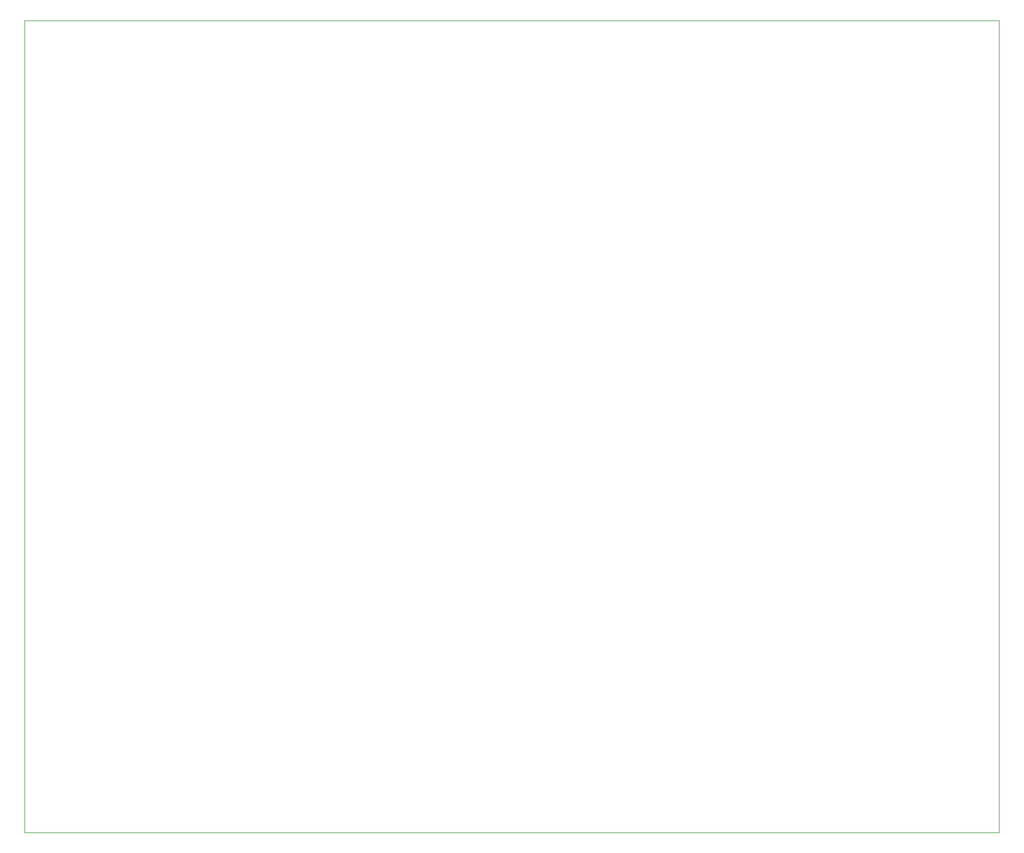
<source format=gbr>
%TF.GenerationSoftware,KiCad,Pcbnew,(6.0.7)*%
%TF.CreationDate,2022-08-20T21:34:53+02:00*%
%TF.ProjectId,3phaseDiverter-rounded,33706861-7365-4446-9976-65727465722d,1*%
%TF.SameCoordinates,Original*%
%TF.FileFunction,Profile,NP*%
%FSLAX46Y46*%
G04 Gerber Fmt 4.6, Leading zero omitted, Abs format (unit mm)*
G04 Created by KiCad (PCBNEW (6.0.7)) date 2022-08-20 21:34:53*
%MOMM*%
%LPD*%
G01*
G04 APERTURE LIST*
%TA.AperFunction,Profile*%
%ADD10C,0.100000*%
%TD*%
G04 APERTURE END LIST*
D10*
X15240000Y-15240000D02*
X160020000Y-15240000D01*
X160020000Y-15240000D02*
X160020000Y-135890000D01*
X160020000Y-135890000D02*
X15240000Y-135890000D01*
X15240000Y-135890000D02*
X15240000Y-15240000D01*
M02*

</source>
